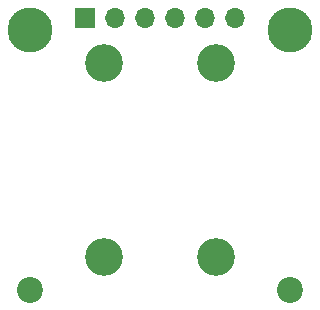
<source format=gbr>
G04 #@! TF.GenerationSoftware,KiCad,Pcbnew,5.1.9-73d0e3b20d~88~ubuntu20.04.1*
G04 #@! TF.CreationDate,2021-03-18T15:45:34+01:00*
G04 #@! TF.ProjectId,sbm-120-uv-mount,73626d2d-3132-4302-9d75-762d6d6f756e,rev?*
G04 #@! TF.SameCoordinates,Original*
G04 #@! TF.FileFunction,Soldermask,Bot*
G04 #@! TF.FilePolarity,Negative*
%FSLAX46Y46*%
G04 Gerber Fmt 4.6, Leading zero omitted, Abs format (unit mm)*
G04 Created by KiCad (PCBNEW 5.1.9-73d0e3b20d~88~ubuntu20.04.1) date 2021-03-18 15:45:34*
%MOMM*%
%LPD*%
G01*
G04 APERTURE LIST*
%ADD10C,3.200000*%
%ADD11R,1.700000X1.700000*%
%ADD12O,1.700000X1.700000*%
%ADD13C,2.200000*%
%ADD14C,3.800000*%
G04 APERTURE END LIST*
D10*
X145250000Y-91772759D03*
X154750000Y-91772759D03*
X154750000Y-108227241D03*
X145250000Y-108227241D03*
D11*
X143650000Y-88000000D03*
D12*
X146190000Y-88000000D03*
X148730000Y-88000000D03*
X151270000Y-88000000D03*
X153810000Y-88000000D03*
X156350000Y-88000000D03*
D13*
X139000000Y-111000000D03*
X161000000Y-111000000D03*
D14*
X161000000Y-89000000D03*
X139000000Y-89000000D03*
M02*

</source>
